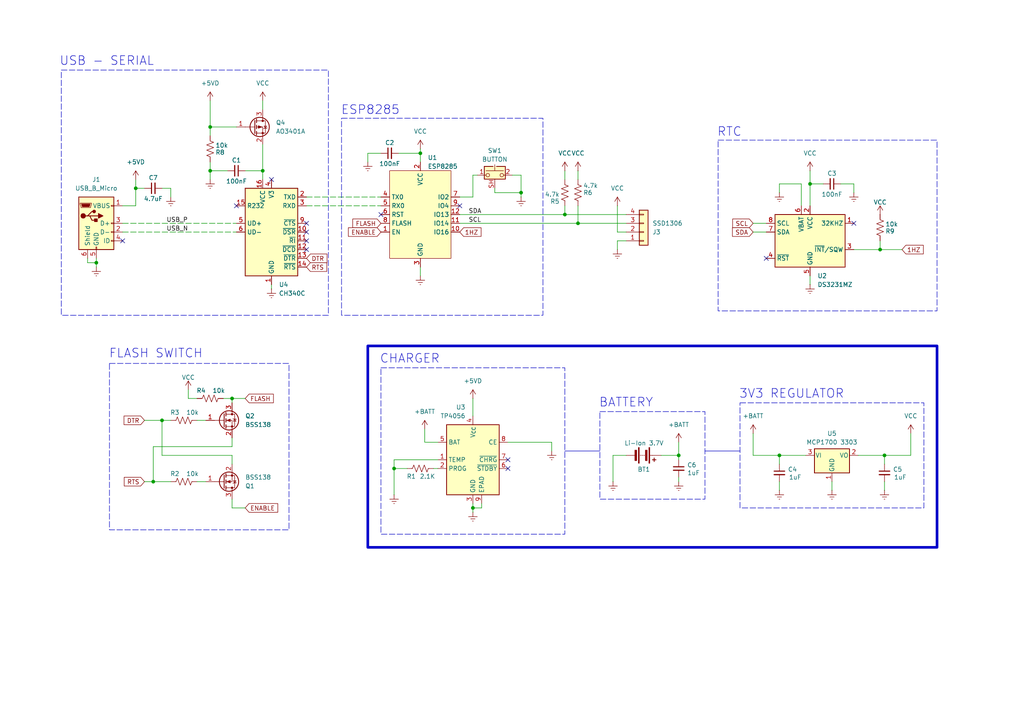
<source format=kicad_sch>
(kicad_sch (version 20250114) (generator "eeschema") (generator_version "9.0")
  (paper "A4")
  (title_block (title "μClock") (date "2025-06-17") (rev "1") (comment 1 "Sirio Guy") (comment 2 "Ultra-precise handheld digital clock. Powered by ESP8285"))
  (lib_symbols
    (symbol "Battery_Management:TP4056-42-ESOP8"
      (property "Reference" "U" (at -6.604 11.684 0))
      (property "Value" "TP4056-42-ESOP8" (at 10.16 11.684 0))
      (symbol "TP4056-42-ESOP8_1_0"
        (pin input line (at -10.16 5.08 0) (length 2.54) (name "CE") (number "8"))
        (pin open_collector line (at -10.16 0 0) (length 2.54) (name "~{CHRG}") (number "7"))
        (pin open_collector line (at -10.16 -2.54 0) (length 2.54) (name "~{STDBY}") (number "6"))
        (pin passive line (at -2.54 -12.7 90) (length 2.54) (name "EPAD") (number "9"))
        (pin power_in line (at 0 12.7 270) (length 2.54) (name "V_{CC}") (number "4"))
        (pin power_in line (at 0 -12.7 90) (length 2.54) (name "GND") (number "3"))
        (pin power_out line (at 10.16 5.08 180) (length 2.54) (name "BAT") (number "5"))
        (pin input line (at 10.16 0 180) (length 2.54) (name "TEMP") (number "1"))
        (pin passive line (at 10.16 -2.54 180) (length 2.54) (name "PROG") (number "2"))
      )
      (symbol "TP4056-42-ESOP8_1_1"
        (rectangle (start -7.62 10.16) (end 7.62 -10.16) (stroke (width 0.254)) (fill (type background)))
      )
    )
    (symbol "Connector:USB_B_Micro" (pin_names (offset 1.016))
      (property "Reference" "J" (at -5.08 11.43 0))
      (property "Value" "USB_B_Micro" (at -5.08 8.89 0))
      (symbol "USB_B_Micro_0_1"
        (rectangle (start -5.08 -7.62) (end 5.08 7.62) (stroke (width 0.254)) (fill (type background)))
        (polyline (pts (xy -4.699 5.842) (xy -4.699 5.588) (xy -4.445 4.826) (xy -4.445 4.572) (xy -1.651 4.572) (xy -1.651 4.826) (xy -1.397 5.588) (xy -1.397 5.842) (xy -4.699 5.842)))
        (polyline (pts (xy -4.318 5.588) (xy -1.778 5.588) (xy -2.032 4.826) (xy -4.064 4.826) (xy -4.318 5.588)) (fill (type outline)))
        (circle (center -3.81 2.159) (radius 0.635) (stroke (width 0.254)) (fill (type outline)))
        (polyline (pts (xy -3.175 2.159) (xy -2.54 2.159) (xy -1.27 3.429) (xy -0.635 3.429)) (stroke (width 0.254)))
        (polyline (pts (xy -2.54 2.159) (xy -1.905 2.159) (xy -1.27 0.889) (xy 0 0.889)) (stroke (width 0.254)))
        (polyline (pts (xy -1.905 2.159) (xy 0.635 2.159)) (stroke (width 0.254)))
        (circle (center -0.635 3.429) (radius 0.381) (stroke (width 0.254)) (fill (type outline)))
        (rectangle (start -0.127 -7.62) (end 0.127 -6.858))
        (rectangle (start 0.254 1.27) (end -0.508 0.508) (stroke (width 0.254)) (fill (type outline)))
        (polyline (pts (xy 0.635 2.794) (xy 0.635 1.524) (xy 1.905 2.159) (xy 0.635 2.794)) (stroke (width 0.254)) (fill (type outline)))
        (rectangle (start 5.08 4.953) (end 4.318 5.207))
        (rectangle (start 5.08 -0.127) (end 4.318 0.127))
        (rectangle (start 5.08 -2.667) (end 4.318 -2.413))
        (rectangle (start 5.08 -5.207) (end 4.318 -4.953))
      )
      (symbol "USB_B_Micro_1_1"
        (pin passive line (at -2.54 -10.16 90) (length 2.54) (name "Shield") (number "6"))
        (pin power_out line (at 0 -10.16 90) (length 2.54) (name "GND") (number "5"))
        (pin power_out line (at 7.62 5.08 180) (length 2.54) (name "VBUS") (number "1"))
        (pin bidirectional line (at 7.62 0 180) (length 2.54) (name "D+") (number "3"))
        (pin bidirectional line (at 7.62 -2.54 180) (length 2.54) (name "D-") (number "2"))
        (pin passive line (at 7.62 -5.08 180) (length 2.54) (name "ID") (number "4"))
      )
    )
    (symbol "Connector_Generic:Conn_01x04" (pin_names (offset 1.016) (hide yes))
      (property "Reference" "J" (at 0 5.08 0))
      (property "Value" "Conn_01x04" (at 0 -7.62 0))
      (symbol "Conn_01x04_1_1"
        (rectangle (start -1.27 3.81) (end 1.27 -6.35) (stroke (width 0.254)) (fill (type background)))
        (rectangle (start -1.27 2.667) (end 0 2.413) (stroke (width 0.1524)))
        (rectangle (start -1.27 0.127) (end 0 -0.127) (stroke (width 0.1524)))
        (rectangle (start -1.27 -2.413) (end 0 -2.667) (stroke (width 0.1524)))
        (rectangle (start -1.27 -4.953) (end 0 -5.207) (stroke (width 0.1524)))
        (pin passive line (at -5.08 2.54 0) (length 3.81) (name "Pin_1") (number "1"))
        (pin passive line (at -5.08 0 0) (length 3.81) (name "Pin_2") (number "2"))
        (pin passive line (at -5.08 -2.54 0) (length 3.81) (name "Pin_3") (number "3"))
        (pin passive line (at -5.08 -5.08 0) (length 3.81) (name "Pin_4") (number "4"))
      )
    )
    (symbol "Device:Battery" (pin_numbers (hide yes)) (pin_names (offset 0) (hide yes))
      (property "Reference" "BT" (at 2.54 2.54 0))
      (property "Value" "Battery" (at 2.54 0 0))
      (symbol "Battery_0_1"
        (rectangle (start -2.286 1.778) (end 2.286 1.524) (fill (type outline)))
        (rectangle (start -2.286 -1.27) (end 2.286 -1.524) (fill (type outline)))
        (rectangle (start -1.524 1.016) (end 1.524 0.508) (fill (type outline)))
        (rectangle (start -1.524 -2.032) (end 1.524 -2.54) (fill (type outline)))
        (polyline (pts (xy 0 1.778) (xy 0 2.54)))
        (polyline (pts (xy 0 0) (xy 0 0.254)))
        (polyline (pts (xy 0 -0.508) (xy 0 -0.254)))
        (polyline (pts (xy 0 -1.016) (xy 0 -0.762)))
        (polyline (pts (xy 0.762 3.048) (xy 1.778 3.048)) (stroke (width 0.254)))
        (polyline (pts (xy 1.27 3.556) (xy 1.27 2.54)) (stroke (width 0.254)))
      )
      (symbol "Battery_1_1"
        (pin passive line (at 0 5.08 270) (length 2.54) (name "+") (number "1"))
        (pin passive line (at 0 -5.08 90) (length 2.54) (name "-") (number "2"))
      )
    )
    (symbol "Device:C_Small" (pin_numbers (hide yes)) (pin_names (offset 0.254) (hide yes))
      (property "Reference" "C" (at 0.254 1.778 0))
      (property "Value" "C_Small" (at 0.254 -2.032 0))
      (symbol "C_Small_0_1"
        (polyline (pts (xy -1.524 0.508) (xy 1.524 0.508)) (stroke (width 0.3048)))
        (polyline (pts (xy -1.524 -0.508) (xy 1.524 -0.508)) (stroke (width 0.3302)))
      )
      (symbol "C_Small_1_1"
        (pin passive line (at 0 2.54 270) (length 2.032) (name "~") (number "1"))
        (pin passive line (at 0 -2.54 90) (length 2.032) (name "~") (number "2"))
      )
    )
    (symbol "Device:R_US" (pin_numbers (hide yes)) (pin_names (offset 0))
      (property "Reference" "R" (at 2.54 0 90))
      (property "Value" "R_US" (at -2.54 0 90))
      (symbol "R_US_0_1"
        (polyline (pts (xy 0 2.286) (xy 0 2.54)))
        (polyline (pts (xy 0 2.286) (xy 1.016 1.905) (xy 0 1.524) (xy -1.016 1.143) (xy 0 0.762)))
        (polyline (pts (xy 0 0.762) (xy 1.016 0.381) (xy 0 0) (xy -1.016 -0.381) (xy 0 -0.762)))
        (polyline (pts (xy 0 -0.762) (xy 1.016 -1.143) (xy 0 -1.524) (xy -1.016 -1.905) (xy 0 -2.286)))
        (polyline (pts (xy 0 -2.286) (xy 0 -2.54)))
      )
      (symbol "R_US_1_1"
        (pin passive line (at 0 3.81 270) (length 1.27) (name "~") (number "1"))
        (pin passive line (at 0 -3.81 90) (length 1.27) (name "~") (number "2"))
      )
    )
    (symbol "ESP Modules:ESP8285_ESP-M3"
      (property "Reference" "U" (at 7.874 17.78 0))
      (property "Value" "ESP8285 ESP-M3" (at -15.748 14.986 0))
      (symbol "ESP8285_ESP-M3_1_1"
        (rectangle (start -8.89 16.51) (end 8.89 -8.89) (fill (type background)))
        (pin input line (at -11.43 8.89 0) (length 2.54) (name "TX0") (number "4"))
        (pin input line (at -11.43 6.35 0) (length 2.54) (name "RX0") (number "5"))
        (pin input line (at -11.43 3.81 0) (length 2.54) (name "RST") (number "6"))
        (pin input line (at -11.43 1.27 0) (length 2.54) (name "FLASH") (number "8"))
        (pin input line (at -11.43 -1.27 0) (length 2.54) (name "EN") (number "1"))
        (pin input line (at 0 19.05 270) (length 2.54) (name "VCC") (number "2"))
        (pin input line (at 0 -11.43 90) (length 2.54) (name "GND") (number "3"))
        (pin input line (at 11.43 8.89 180) (length 2.54) (name "IO2") (number "7"))
        (pin input line (at 11.43 6.35 180) (length 2.54) (name "IO4") (number "9"))
        (pin input line (at 11.43 3.81 180) (length 2.54) (name "IO13") (number "12"))
        (pin input line (at 11.43 1.27 180) (length 2.54) (name "IO14") (number "11"))
        (pin input line (at 11.43 -1.27 180) (length 2.54) (name "IO16") (number "10"))
      )
    )
    (symbol "Interface_USB:CH340C"
      (property "Reference" "U" (at -5.08 13.97 0))
      (property "Value" "CH340C" (at 1.27 13.97 0))
      (symbol "CH340C_0_1"
        (rectangle (start -7.62 12.7) (end 7.62 -12.7) (stroke (width 0.254)) (fill (type background)))
      )
      (symbol "CH340C_1_1"
        (pin input line (at -10.16 7.62 0) (length 2.54) (name "R232") (number "15"))
        (pin bidirectional line (at -10.16 2.54 0) (length 2.54) (name "UD+") (number "5"))
        (pin bidirectional line (at -10.16 0 0) (length 2.54) (name "UD-") (number "6"))
        (pin no_connect line (at -7.62 -5.08 0) (length 2.54) (hide yes) (name "NC") (number "7"))
        (pin no_connect line (at -7.62 -7.62 0) (length 2.54) (hide yes) (name "NC") (number "8"))
        (pin power_in line (at -2.54 15.24 270) (length 2.54) (name "VCC") (number "16"))
        (pin power_out line (at 0 15.24 270) (length 2.54) (name "V3") (number "4"))
        (pin power_in line (at 0 -15.24 90) (length 2.54) (name "GND") (number "1"))
        (pin output line (at 10.16 10.16 180) (length 2.54) (name "TXD") (number "2"))
        (pin input line (at 10.16 7.62 180) (length 2.54) (name "RXD") (number "3"))
        (pin input line (at 10.16 2.54 180) (length 2.54) (name "~{CTS}") (number "9"))
        (pin input line (at 10.16 0 180) (length 2.54) (name "~{DSR}") (number "10"))
        (pin input line (at 10.16 -2.54 180) (length 2.54) (name "~{RI}") (number "11"))
        (pin input line (at 10.16 -5.08 180) (length 2.54) (name "~{DCD}") (number "12"))
        (pin output line (at 10.16 -7.62 180) (length 2.54) (name "~{DTR}") (number "13"))
        (pin output line (at 10.16 -10.16 180) (length 2.54) (name "~{RTS}") (number "14"))
      )
    )
    (symbol "Regulator_Linear:MCP1700x-330xxTT" (pin_names (offset 0.254))
      (property "Reference" "U" (at -3.81 3.175 0))
      (property "Value" "MCP1700x-330xxTT" (at 0 3.175 0))
      (symbol "MCP1700x-330xxTT_0_1"
        (rectangle (start -5.08 1.905) (end 5.08 -5.08) (stroke (width 0.254)) (fill (type background)))
      )
      (symbol "MCP1700x-330xxTT_1_1"
        (pin power_in line (at -7.62 0 0) (length 2.54) (name "VI") (number "3"))
        (pin power_in line (at 0 -7.62 90) (length 2.54) (name "GND") (number "1"))
        (pin power_out line (at 7.62 0 180) (length 2.54) (name "VO") (number "2"))
      )
    )
    (symbol "Switch:SW_Push_Shielded" (pin_names (offset 1.016) (hide yes))
      (property "Reference" "SW" (at 4.318 2.032 0))
      (property "Value" "SW_Push_Shielded" (at 0 4.572 0))
      (symbol "SW_Push_Shielded_0_1"
        (circle (center -2.032 0) (radius 0.508))
        (polyline (pts (xy 0 1.27) (xy 0 3.048)))
        (polyline (pts (xy 0.508 2.54) (xy 3.048 2.54) (xy 3.048 -1.143) (xy -3.048 -1.143) (xy -3.048 2.54) (xy -0.508 2.54)) (stroke (width -0.0254)))
        (polyline (pts (xy 0.508 2.54) (xy 3.048 2.54) (xy 3.048 -1.143) (xy -3.048 -1.143) (xy -3.048 2.54) (xy -0.508 2.54)) (stroke (width 0.254)))
        (circle (center 2.032 0) (radius 0.508))
        (polyline (pts (xy 2.54 1.27) (xy -2.54 1.27)))
        (pin passive line (at -5.08 0 0) (length 2.54) (name "1") (number "1"))
        (pin passive line (at 5.08 0 180) (length 2.54) (name "2") (number "2"))
      )
      (symbol "SW_Push_Shielded_1_1"
        (rectangle (start -3.048 2.54) (end 3.048 -1.27) (stroke (width -0.0254)) (fill (type background)))
        (pin passive line (at 0 -3.81 90) (length 2.54) (name "B") (number "SH"))
      )
    )
    (symbol "Timer_RTC:DS3231MZ"
      (property "Reference" "U" (at -7.62 8.89 0))
      (property "Value" "DS3231MZ" (at 11.43 8.89 0))
      (symbol "DS3231MZ_0_1"
        (rectangle (start -10.16 7.62) (end 10.16 -7.62) (stroke (width 0.254)) (fill (type background)))
      )
      (symbol "DS3231MZ_1_1"
        (pin input line (at -12.7 5.08 0) (length 2.54) (name "SCL") (number "8"))
        (pin bidirectional line (at -12.7 2.54 0) (length 2.54) (name "SDA") (number "7"))
        (pin bidirectional line (at -12.7 -5.08 0) (length 2.54) (name "~{RST}") (number "4"))
        (pin power_in line (at -2.54 10.16 270) (length 2.54) (name "VBAT") (number "6"))
        (pin power_in line (at 0 10.16 270) (length 2.54) (name "VCC") (number "2"))
        (pin power_in line (at 0 -10.16 90) (length 2.54) (name "GND") (number "5"))
        (pin open_collector line (at 12.7 5.08 180) (length 2.54) (name "32KHZ") (number "1"))
        (pin open_collector line (at 12.7 -2.54 180) (length 2.54) (name "~{INT}/SQW") (number "3"))
      )
    )
    (symbol "Transistor_FET:AO3401A" (pin_names (hide yes))
      (property "Reference" "Q" (at 5.08 1.905 0))
      (property "Value" "AO3401A" (at 5.08 0 0))
      (symbol "AO3401A_0_1"
        (polyline (pts (xy 0.254 1.905) (xy 0.254 -1.905)) (stroke (width 0.254)))
        (polyline (pts (xy 0.254 0) (xy -2.54 0)))
        (polyline (pts (xy 0.762 2.286) (xy 0.762 1.27)) (stroke (width 0.254)))
        (polyline (pts (xy 0.762 1.778) (xy 3.302 1.778) (xy 3.302 -1.778) (xy 0.762 -1.778)))
        (polyline (pts (xy 0.762 0.508) (xy 0.762 -0.508)) (stroke (width 0.254)))
        (polyline (pts (xy 0.762 -1.27) (xy 0.762 -2.286)) (stroke (width 0.254)))
        (circle (center 1.651 0) (radius 2.794) (stroke (width 0.254)))
        (polyline (pts (xy 2.286 0) (xy 1.27 0.381) (xy 1.27 -0.381) (xy 2.286 0)) (fill (type outline)))
        (polyline (pts (xy 2.54 2.54) (xy 2.54 1.778)))
        (circle (center 2.54 1.778) (radius 0.254) (fill (type outline)))
        (circle (center 2.54 -1.778) (radius 0.254) (fill (type outline)))
        (polyline (pts (xy 2.54 -2.54) (xy 2.54 0) (xy 0.762 0)))
        (polyline (pts (xy 2.794 -0.508) (xy 2.921 -0.381) (xy 3.683 -0.381) (xy 3.81 -0.254)))
        (polyline (pts (xy 3.302 -0.381) (xy 2.921 0.254) (xy 3.683 0.254) (xy 3.302 -0.381)))
      )
      (symbol "AO3401A_1_1"
        (pin input line (at -5.08 0 0) (length 2.54) (name "G") (number "1"))
        (pin passive line (at 2.54 5.08 270) (length 2.54) (name "D") (number "3"))
        (pin passive line (at 2.54 -5.08 90) (length 2.54) (name "S") (number "2"))
      )
    )
    (symbol "Transistor_FET:BSS138" (pin_names (hide yes))
      (property "Reference" "Q" (at 5.08 1.905 0))
      (property "Value" "BSS138" (at 5.08 0 0))
      (symbol "BSS138_0_1"
        (polyline (pts (xy 0.254 1.905) (xy 0.254 -1.905)) (stroke (width 0.254)))
        (polyline (pts (xy 0.254 0) (xy -2.54 0)))
        (polyline (pts (xy 0.762 2.286) (xy 0.762 1.27)) (stroke (width 0.254)))
        (polyline (pts (xy 0.762 0.508) (xy 0.762 -0.508)) (stroke (width 0.254)))
        (polyline (pts (xy 0.762 -1.27) (xy 0.762 -2.286)) (stroke (width 0.254)))
        (polyline (pts (xy 0.762 -1.778) (xy 3.302 -1.778) (xy 3.302 1.778) (xy 0.762 1.778)))
        (polyline (pts (xy 1.016 0) (xy 2.032 0.381) (xy 2.032 -0.381) (xy 1.016 0)) (fill (type outline)))
        (circle (center 1.651 0) (radius 2.794) (stroke (width 0.254)))
        (polyline (pts (xy 2.54 2.54) (xy 2.54 1.778)))
        (circle (center 2.54 1.778) (radius 0.254) (fill (type outline)))
        (circle (center 2.54 -1.778) (radius 0.254) (fill (type outline)))
        (polyline (pts (xy 2.54 -2.54) (xy 2.54 0) (xy 0.762 0)))
        (polyline (pts (xy 2.794 0.508) (xy 2.921 0.381) (xy 3.683 0.381) (xy 3.81 0.254)))
        (polyline (pts (xy 3.302 0.381) (xy 2.921 -0.254) (xy 3.683 -0.254) (xy 3.302 0.381)))
      )
      (symbol "BSS138_1_1"
        (pin input line (at -5.08 0 0) (length 2.54) (name "G") (number "1"))
        (pin passive line (at 2.54 5.08 270) (length 2.54) (name "D") (number "3"))
        (pin passive line (at 2.54 -5.08 90) (length 2.54) (name "S") (number "2"))
      )
    )
    (symbol "power:+5VD" (power) (pin_numbers (hide yes)) (pin_names (offset 0) (hide yes))
      (property "Value" "+5VD" (at 0 3.556 0))
      (symbol "+5VD_0_1"
        (polyline (pts (xy -0.762 1.27) (xy 0 2.54)))
        (polyline (pts (xy 0 2.54) (xy 0.762 1.27)))
        (polyline (pts (xy 0 0) (xy 0 2.54)))
      )
      (symbol "+5VD_1_1"
        (pin power_in line (at 0 0 90) (length 0) (name "~") (number "1"))
      )
    )
    (symbol "power:+BATT" (power) (pin_numbers (hide yes)) (pin_names (offset 0) (hide yes))
      (property "Value" "+BATT" (at 0 3.556 0))
      (symbol "+BATT_0_1"
        (polyline (pts (xy -0.762 1.27) (xy 0 2.54)))
        (polyline (pts (xy 0 2.54) (xy 0.762 1.27)))
        (polyline (pts (xy 0 0) (xy 0 2.54)))
      )
      (symbol "+BATT_1_1"
        (pin power_in line (at 0 0 90) (length 0) (name "~") (number "1"))
      )
    )
    (symbol "power:Earth" (power) (pin_numbers (hide yes)) (pin_names (offset 0) (hide yes))
      (property "Value" "Earth" (at 0 -3.81 0))
      (symbol "Earth_0_1"
        (polyline (pts (xy -0.635 -1.905) (xy 0.635 -1.905)))
        (polyline (pts (xy -0.127 -2.54) (xy 0.127 -2.54)))
        (polyline (pts (xy 0 -1.27) (xy 0 0)))
        (polyline (pts (xy 1.27 -1.27) (xy -1.27 -1.27)))
      )
      (symbol "Earth_1_1"
        (pin power_in line (at 0 0 270) (length 0) (name "~") (number "1"))
      )
    )
    (symbol "power:VCC" (power) (pin_numbers (hide yes)) (pin_names (offset 0) (hide yes))
      (property "Value" "VCC" (at 0 3.556 0))
      (symbol "VCC_0_1"
        (polyline (pts (xy -0.762 1.27) (xy 0 2.54)))
        (polyline (pts (xy 0 2.54) (xy 0.762 1.27)))
        (polyline (pts (xy 0 0) (xy 0 2.54)))
      )
      (symbol "VCC_1_1"
        (pin power_in line (at 0 0 90) (length 0) (name "~") (number "1"))
      )
    )
  )
  (rectangle (start 17.78 20.32) (end 95.25 91.44) (stroke (width 0) (type dash)))
  (rectangle (start 208.28 40.64) (end 271.78 90.17) (stroke (width 0) (type dash)))
  (rectangle (start 110.49 106.68) (end 163.83 154.94) (stroke (width 0) (type dash)))
  (rectangle (start 214.63 116.84) (end 267.97 147.32) (stroke (width 0) (type dash)))
  (rectangle (start 106.68 100.33) (end 271.78 158.75) (stroke (width 0.762)))
  (rectangle (start 173.99 119.38) (end 204.47 144.78) (stroke (width 0) (type dash)))
  (rectangle (start 99.06 34.29) (end 157.48 91.44) (stroke (width 0) (type dash)))
  (rectangle (start 31.75 105.41) (end 83.82 153.67) (stroke (width 0) (type dash)))
  (text "CHARGER" (at 118.872 104.14 0) (effects (font (size 2.54 2.54))))
  (text "USB - SERIAL" (at 30.988 17.78 0) (effects (font (size 2.54 2.54))))
  (text "RTC" (at 211.582 38.354 0) (effects (font (size 2.54 2.54))))
  (text "ESP8285\n" (at 107.442 32.004 0) (effects (font (size 2.54 2.54))))
  (text "3V3 REGULATOR\n" (at 229.616 114.3 0) (effects (font (size 2.54 2.54))))
  (text "BATTERY\n" (at 181.61 116.84 0) (effects (font (size 2.54 2.54))))
  (text "FLASH SWITCH\n" (at 45.212 102.616 0) (effects (font (size 2.54 2.54))))
  (junction (at 27.94 76.2))
  (junction (at 255.27 72.39))
  (junction (at 46.99 121.92))
  (junction (at 121.92 44.45))
  (junction (at 39.37 54.61))
  (junction (at 167.64 64.77))
  (junction (at 44.45 139.7))
  (junction (at 114.3 135.89))
  (junction (at 234.95 53.34))
  (junction (at 60.96 49.53))
  (junction (at 226.06 132.08))
  (junction (at 256.54 132.08))
  (junction (at 163.83 62.23))
  (junction (at 151.13 55.88))
  (junction (at 137.16 147.32))
  (junction (at 76.2 49.53))
  (junction (at 196.85 132.08))
  (junction (at 67.31 115.57))
  (junction (at 60.96 36.83))
  (no_connect (at 222.25 74.93))
  (no_connect (at 147.32 135.89))
  (no_connect (at 78.74 52.07))
  (no_connect (at 35.56 69.85))
  (no_connect (at 133.35 59.69))
  (no_connect (at 110.49 62.23))
  (no_connect (at 147.32 133.35))
  (no_connect (at 68.58 59.69))
  (no_connect (at 88.9 67.31))
  (no_connect (at 88.9 69.85))
  (no_connect (at 88.9 72.39))
  (no_connect (at 247.65 64.77))
  (no_connect (at 88.9 64.77))
  (wire (pts (xy 123.19 128.27) (xy 127 128.27)))
  (wire (pts (xy 35.56 64.77) (xy 68.58 64.77)) (stroke (width 0) (type dash)))
  (wire (pts (xy 160.02 128.27) (xy 160.02 130.81)))
  (wire (pts (xy 163.83 59.69) (xy 163.83 62.23)))
  (wire (pts (xy 133.35 62.23) (xy 163.83 62.23)))
  (wire (pts (xy 255.27 72.39) (xy 261.62 72.39)))
  (polyline (pts (xy 163.83 130.81) (xy 173.99 130.81)))
  (wire (pts (xy 57.15 121.92) (xy 59.69 121.92)))
  (wire (pts (xy 60.96 36.83) (xy 60.96 39.37)))
  (wire (pts (xy 167.64 59.69) (xy 167.64 64.77)))
  (wire (pts (xy 218.44 132.08) (xy 226.06 132.08)))
  (wire (pts (xy 114.3 133.35) (xy 127 133.35)))
  (wire (pts (xy 256.54 132.08) (xy 264.16 132.08)))
  (wire (pts (xy 167.64 64.77) (xy 181.61 64.77)))
  (wire (pts (xy 137.16 115.57) (xy 137.16 120.65)))
  (wire (pts (xy 243.84 53.34) (xy 247.65 53.34)))
  (wire (pts (xy 248.92 132.08) (xy 256.54 132.08)))
  (wire (pts (xy 133.35 64.77) (xy 167.64 64.77)))
  (wire (pts (xy 241.3 139.7) (xy 241.3 142.24)))
  (wire (pts (xy 39.37 59.69) (xy 39.37 54.61)))
  (wire (pts (xy 46.99 54.61) (xy 49.53 54.61)))
  (wire (pts (xy 181.61 67.31) (xy 179.07 67.31)))
  (wire (pts (xy 114.3 143.51) (xy 114.3 135.89)))
  (wire (pts (xy 76.2 41.91) (xy 76.2 49.53)))
  (wire (pts (xy 123.19 124.46) (xy 123.19 128.27)))
  (wire (pts (xy 67.31 134.62) (xy 67.31 132.08)))
  (wire (pts (xy 234.95 80.01) (xy 234.95 82.55)))
  (wire (pts (xy 147.32 128.27) (xy 160.02 128.27)))
  (wire (pts (xy 121.92 44.45) (xy 121.92 46.99)))
  (wire (pts (xy 196.85 138.43) (xy 196.85 139.7)))
  (wire (pts (xy 41.91 54.61) (xy 39.37 54.61)))
  (wire (pts (xy 41.91 121.92) (xy 46.99 121.92)))
  (wire (pts (xy 226.06 139.7) (xy 226.06 142.24)))
  (wire (pts (xy 67.31 147.32) (xy 67.31 144.78)))
  (wire (pts (xy 179.07 67.31) (xy 179.07 59.69)))
  (wire (pts (xy 247.65 53.34) (xy 247.65 55.88)))
  (wire (pts (xy 264.16 132.08) (xy 264.16 125.73)))
  (wire (pts (xy 143.51 55.88) (xy 151.13 55.88)))
  (wire (pts (xy 137.16 50.8) (xy 137.16 57.15)))
  (wire (pts (xy 196.85 128.27) (xy 196.85 132.08)))
  (wire (pts (xy 106.68 44.45) (xy 106.68 46.99)))
  (wire (pts (xy 54.61 115.57) (xy 54.61 113.03)))
  (wire (pts (xy 137.16 146.05) (xy 137.16 147.32)))
  (wire (pts (xy 148.59 50.8) (xy 151.13 50.8)))
  (wire (pts (xy 137.16 50.8) (xy 138.43 50.8)))
  (wire (pts (xy 218.44 125.73) (xy 218.44 132.08)))
  (wire (pts (xy 196.85 132.08) (xy 196.85 133.35)))
  (polyline (pts (xy 204.47 130.81) (xy 214.63 130.81)))
  (wire (pts (xy 57.15 115.57) (xy 54.61 115.57)))
  (wire (pts (xy 114.3 135.89) (xy 114.3 133.35)))
  (wire (pts (xy 234.95 53.34) (xy 238.76 53.34)))
  (wire (pts (xy 46.99 132.08) (xy 46.99 121.92)))
  (wire (pts (xy 151.13 55.88) (xy 151.13 57.15)))
  (wire (pts (xy 218.44 64.77) (xy 222.25 64.77)))
  (wire (pts (xy 137.16 57.15) (xy 133.35 57.15)))
  (wire (pts (xy 71.12 115.57) (xy 67.31 115.57)))
  (wire (pts (xy 39.37 52.07) (xy 39.37 54.61)))
  (wire (pts (xy 25.4 76.2) (xy 27.94 76.2)))
  (wire (pts (xy 256.54 139.7) (xy 256.54 142.24)))
  (wire (pts (xy 67.31 132.08) (xy 46.99 132.08)))
  (wire (pts (xy 121.92 77.47) (xy 121.92 80.01)))
  (wire (pts (xy 139.7 146.05) (xy 139.7 147.32)))
  (wire (pts (xy 35.56 67.31) (xy 68.58 67.31)) (stroke (width 0) (type dash)))
  (wire (pts (xy 114.3 135.89) (xy 118.11 135.89)))
  (wire (pts (xy 255.27 69.85) (xy 255.27 72.39)))
  (wire (pts (xy 44.45 129.54) (xy 67.31 129.54)))
  (wire (pts (xy 163.83 62.23) (xy 181.61 62.23)))
  (wire (pts (xy 60.96 49.53) (xy 66.04 49.53)))
  (wire (pts (xy 46.99 121.92) (xy 49.53 121.92)))
  (wire (pts (xy 67.31 127) (xy 67.31 129.54)))
  (wire (pts (xy 64.77 115.57) (xy 67.31 115.57)))
  (wire (pts (xy 60.96 36.83) (xy 68.58 36.83)))
  (wire (pts (xy 177.8 139.7) (xy 177.8 132.08)))
  (wire (pts (xy 115.57 44.45) (xy 121.92 44.45)))
  (wire (pts (xy 191.77 132.08) (xy 196.85 132.08)))
  (wire (pts (xy 41.91 139.7) (xy 44.45 139.7)))
  (wire (pts (xy 137.16 147.32) (xy 137.16 148.59)))
  (wire (pts (xy 218.44 67.31) (xy 222.25 67.31)))
  (wire (pts (xy 179.07 69.85) (xy 179.07 72.39)))
  (wire (pts (xy 256.54 134.62) (xy 256.54 132.08)))
  (wire (pts (xy 27.94 74.93) (xy 27.94 76.2)))
  (wire (pts (xy 57.15 139.7) (xy 59.69 139.7)))
  (wire (pts (xy 232.41 59.69) (xy 232.41 53.34)))
  (wire (pts (xy 139.7 147.32) (xy 137.16 147.32)))
  (wire (pts (xy 60.96 49.53) (xy 60.96 52.07)))
  (wire (pts (xy 181.61 69.85) (xy 179.07 69.85)))
  (wire (pts (xy 71.12 147.32) (xy 67.31 147.32)))
  (wire (pts (xy 151.13 50.8) (xy 151.13 55.88)))
  (wire (pts (xy 247.65 72.39) (xy 255.27 72.39)))
  (wire (pts (xy 234.95 53.34) (xy 234.95 59.69)))
  (wire (pts (xy 226.06 53.34) (xy 226.06 55.88)))
  (wire (pts (xy 60.96 46.99) (xy 60.96 49.53)))
  (wire (pts (xy 167.64 49.53) (xy 167.64 52.07)))
  (wire (pts (xy 125.73 135.89) (xy 127 135.89)))
  (wire (pts (xy 163.83 49.53) (xy 163.83 52.07)))
  (wire (pts (xy 88.9 57.15) (xy 110.49 57.15)) (stroke (width 0) (type dash)))
  (wire (pts (xy 44.45 129.54) (xy 44.45 139.7)))
  (wire (pts (xy 60.96 29.21) (xy 60.96 36.83)))
  (wire (pts (xy 35.56 59.69) (xy 39.37 59.69)))
  (wire (pts (xy 71.12 49.53) (xy 76.2 49.53)))
  (wire (pts (xy 121.92 43.18) (xy 121.92 44.45)))
  (wire (pts (xy 67.31 116.84) (xy 67.31 115.57)))
  (wire (pts (xy 25.4 74.93) (xy 25.4 76.2)))
  (wire (pts (xy 76.2 49.53) (xy 76.2 52.07)))
  (wire (pts (xy 88.9 59.69) (xy 110.49 59.69)) (stroke (width 0) (type dash)))
  (wire (pts (xy 177.8 132.08) (xy 181.61 132.08)))
  (wire (pts (xy 232.41 53.34) (xy 226.06 53.34)))
  (wire (pts (xy 27.94 76.2) (xy 27.94 77.47)))
  (wire (pts (xy 110.49 44.45) (xy 106.68 44.45)))
  (wire (pts (xy 44.45 139.7) (xy 49.53 139.7)))
  (wire (pts (xy 49.53 54.61) (xy 49.53 57.15)))
  (wire (pts (xy 234.95 49.53) (xy 234.95 53.34)))
  (wire (pts (xy 78.74 83.82) (xy 78.74 82.55)))
  (wire (pts (xy 226.06 134.62) (xy 226.06 132.08)))
  (wire (pts (xy 76.2 29.21) (xy 76.2 31.75)))
  (wire (pts (xy 143.51 54.61) (xy 143.51 55.88)))
  (wire (pts (xy 226.06 132.08) (xy 233.68 132.08)))
  (label "SDA" (at 135.89 62.23 0))
  (label "USB_P" (at 48.26 64.77 0))
  (label "SCL" (at 135.89 64.77 0))
  (label "USB_N" (at 48.26 67.31 0))
  (global_label "DTR" (shape input) (at 41.91 121.92 180) (property "Intersheetrefs" "${INTERSHEET_REFS}" (effects (hide yes))))
  (global_label "FLASH" (shape input) (at 71.12 115.57 0) (property "Intersheetrefs" "${INTERSHEET_REFS}" (effects (hide yes))))
  (global_label "RTS" (shape input) (at 41.91 139.7 180) (property "Intersheetrefs" "${INTERSHEET_REFS}" (effects (hide yes))))
  (global_label "SDA" (shape input) (at 218.44 67.31 180) (property "Intersheetrefs" "${INTERSHEET_REFS}" (effects (hide yes))))
  (global_label "RTS" (shape input) (at 88.9 77.47 0) (property "Intersheetrefs" "${INTERSHEET_REFS}" (effects (hide yes))))
  (global_label "DTR" (shape input) (at 88.9 74.93 0) (property "Intersheetrefs" "${INTERSHEET_REFS}" (effects (hide yes))))
  (global_label "FLASH" (shape input) (at 110.49 64.77 180) (property "Intersheetrefs" "${INTERSHEET_REFS}" (effects (hide yes))))
  (global_label "ENABLE" (shape input) (at 71.12 147.32 0) (property "Intersheetrefs" "${INTERSHEET_REFS}" (effects (hide yes))))
  (global_label "SCL" (shape input) (at 218.44 64.77 180) (property "Intersheetrefs" "${INTERSHEET_REFS}" (effects (hide yes))))
  (global_label "1HZ" (shape input) (at 261.62 72.39 0) (property "Intersheetrefs" "${INTERSHEET_REFS}" (effects (hide yes))))
  (global_label "ENABLE" (shape input) (at 110.49 67.31 180) (property "Intersheetrefs" "${INTERSHEET_REFS}" (effects (hide yes))))
  (global_label "1HZ" (shape input) (at 133.35 67.31 0) (property "Intersheetrefs" "${INTERSHEET_REFS}" (effects (hide yes))))
  (symbol (lib_id "Device:R_US") (at 121.92 135.89 90) (unit 1)
    (property "Reference" "R1" (at 120.65 138.176 90) (effects (justify left)))
    (property "Value" "2.1K" (at 126.238 138.176 90) (effects (justify left)))
    (property "Footprint" "Resistor_SMD:R_0603_1608Metric_Pad0.98x0.95mm_HandSolder" (effects (hide yes)))
    (property "Description" "Resistor, US symbol" (effects (hide yes)))
  )
  (symbol (lib_id "power:Earth") (at 78.74 83.82 0) (unit 1)
    (property "Reference" "#PWR039" (effects (hide yes)))
    (property "Value" "Earth" (effects (hide yes)))
    (property "Description" "Power symbol creates a global label with name \"Earth\"" (effects (hide yes)))
  )
  (symbol (lib_id "power:Earth") (at 226.06 142.24 0) (mirror y) (unit 1)
    (property "Reference" "#PWR029" (effects (hide yes)))
    (property "Value" "Earth" (effects (hide yes)))
    (property "Description" "Power symbol creates a global label with name \"Earth\"" (effects (hide yes)))
  )
  (symbol (lib_id "power:Earth") (at 114.3 143.51 0) (unit 1)
    (property "Reference" "#PWR6" (effects (hide yes)))
    (property "Value" "Earth" (effects (hide yes)))
    (property "Description" "Power symbol creates a global label with name \"Earth\"" (effects (hide yes)))
  )
  (symbol (lib_id "power:VCC") (at 54.61 113.03 0) (unit 1)
    (property "Reference" "#PWR023" (effects (hide yes)))
    (property "Value" "VCC" (at 54.61 109.474 0))
    (property "Description" "Power symbol creates a global label with name \"VCC\"" (effects (hide yes)))
  )
  (symbol (lib_id "power:VCC") (at 264.16 125.73 0) (unit 1)
    (property "Reference" "#PWR11" (effects (hide yes)))
    (property "Value" "VCC" (at 264.16 120.65 0))
    (property "Description" "Power symbol creates a global label with name \"VCC\"" (effects (hide yes)))
  )
  (symbol (lib_id "power:Earth") (at 196.85 139.7 0) (unit 1)
    (property "Reference" "#PWR028" (effects (hide yes)))
    (property "Value" "Earth" (effects (hide yes)))
    (property "Description" "Power symbol creates a global label with name \"Earth\"" (effects (hide yes)))
  )
  (symbol (lib_id "power:Earth") (at 60.96 52.07 0) (mirror y) (unit 1)
    (property "Reference" "#PWR037" (effects (hide yes)))
    (property "Value" "Earth" (effects (hide yes)))
    (property "Description" "Power symbol creates a global label with name \"Earth\"" (effects (hide yes)))
  )
  (symbol (lib_id "Regulator_Linear:MCP1700x-330xxTT") (at 241.3 132.08 0) (unit 1)
    (property "Reference" "U5" (at 241.3 125.73 0))
    (property "Value" "MCP1700 3303" (at 241.3 128.27 0))
    (property "Footprint" "Package_TO_SOT_SMD:SOT-23" (effects (hide yes)))
    (property "Datasheet" "http://ww1.microchip.com/downloads/en/DeviceDoc/20001826D.pdf" (effects (hide yes)))
    (property "Description" "250mA Low Quiscent Current LDO, 3.3V output, SOT-23" (effects (hide yes)))
  )
  (symbol (lib_id "Device:C_Small") (at 113.03 44.45 90) (unit 1)
    (property "Reference" "C2" (at 113.03 41.402 90))
    (property "Value" "100nF" (at 113.03 47.498 90))
    (property "Footprint" "Capacitor_SMD:C_0603_1608Metric_Pad1.08x0.95mm_HandSolder" (effects (hide yes)))
    (property "Description" "Unpolarized capacitor, small symbol" (effects (hide yes)))
  )
  (symbol (lib_id "power:Earth") (at 106.68 46.99 0) (unit 1)
    (property "Reference" "#PWR024" (effects (hide yes)))
    (property "Value" "Earth" (effects (hide yes)))
    (property "Description" "Power symbol creates a global label with name \"Earth\"" (effects (hide yes)))
  )
  (symbol (lib_id "Device:C_Small") (at 241.3 53.34 270) (mirror x) (unit 1)
    (property "Reference" "C3" (at 241.3 50.292 90))
    (property "Value" "100nF" (at 241.3 56.388 90))
    (property "Footprint" "Capacitor_SMD:C_0603_1608Metric_Pad1.08x0.95mm_HandSolder" (effects (hide yes)))
    (property "Description" "Unpolarized capacitor, small symbol" (effects (hide yes)))
  )
  (symbol (lib_id "Device:C_Small") (at 196.85 135.89 0) (mirror y) (unit 1)
    (property "Reference" "C6" (at 200.66 134.874 0))
    (property "Value" "1uF" (at 201.168 137.16 0))
    (property "Footprint" "Capacitor_SMD:C_0603_1608Metric_Pad1.08x0.95mm_HandSolder" (effects (hide yes)))
    (property "Description" "Unpolarized capacitor, small symbol" (effects (hide yes)))
  )
  (symbol (lib_id "power:VCC") (at 167.64 49.53 0) (unit 1)
    (property "Reference" "#PWR17" (effects (hide yes)))
    (property "Value" "VCC" (at 167.64 44.45 0))
    (property "Description" "Power symbol creates a global label with name \"VCC\"" (effects (hide yes)))
  )
  (symbol (lib_id "Device:R_US") (at 163.83 55.88 180) (unit 1)
    (property "Reference" "R5" (at 162.306 58.42 0) (effects (justify left)))
    (property "Value" "4.7k" (at 162.306 56.388 0) (effects (justify left)))
    (property "Footprint" "Resistor_SMD:R_0603_1608Metric_Pad0.98x0.95mm_HandSolder" (effects (hide yes)))
    (property "Description" "Resistor, US symbol" (effects (hide yes)))
  )
  (symbol (lib_id "Transistor_FET:AO3401A") (at 73.66 36.83 0) (unit 1)
    (property "Reference" "Q4" (at 80.01 35.5599 0) (effects (justify left)))
    (property "Value" "AO3401A" (at 80.01 38.0999 0) (effects (justify left)))
    (property "Footprint" "Package_TO_SOT_SMD:SOT-23" (effects (hide yes)))
    (property "Datasheet" "http://www.aosmd.com/pdfs/datasheet/AO3401A.pdf" (effects (hide yes)))
    (property "Description" "-4.0A Id, -30V Vds, P-Channel MOSFET, SOT-23" (effects (hide yes)))
  )
  (symbol (lib_id "power:VCC") (at 255.27 62.23 0) (unit 1)
    (property "Reference" "#PWR027" (effects (hide yes)))
    (property "Value" "VCC" (at 255.27 58.674 0))
    (property "Description" "Power symbol creates a global label with name \"VCC\"" (effects (hide yes)))
  )
  (symbol (lib_id "Device:R_US") (at 60.96 43.18 180) (unit 1)
    (property "Reference" "R8" (at 62.484 44.196 0) (effects (justify right)))
    (property "Value" "10k" (at 62.484 42.164 0) (effects (justify right)))
    (property "Footprint" "Resistor_SMD:R_0603_1608Metric_Pad0.98x0.95mm_HandSolder" (effects (hide yes)))
    (property "Description" "Resistor, US symbol" (effects (hide yes)))
  )
  (symbol (lib_id "Device:C_Small") (at 256.54 137.16 0) (mirror y) (unit 1)
    (property "Reference" "C5" (at 260.35 136.144 0))
    (property "Value" "1uF" (at 261.112 138.43 0))
    (property "Footprint" "Capacitor_SMD:C_0603_1608Metric_Pad1.08x0.95mm_HandSolder" (effects (hide yes)))
    (property "Description" "Unpolarized capacitor, small symbol" (effects (hide yes)))
  )
  (symbol (lib_id "power:VCC") (at 163.83 49.53 0) (unit 1)
    (property "Reference" "#PWR18" (effects (hide yes)))
    (property "Value" "VCC" (at 163.83 44.45 0))
    (property "Description" "Power symbol creates a global label with name \"VCC\"" (effects (hide yes)))
  )
  (symbol (lib_id "Connector:USB_B_Micro") (at 27.94 64.77 0) (unit 1)
    (property "Reference" "J1" (at 27.94 52.07 0))
    (property "Value" "USB_B_Micro" (at 27.94 54.61 0))
    (property "Footprint" "Connector_USB:USB_Micro-B_Amphenol_10104110_Horizontal" (effects (hide yes)))
    (property "Description" "USB Micro Type B connector" (effects (hide yes)))
  )
  (symbol (lib_id "Device:C_Small") (at 68.58 49.53 270) (mirror x) (unit 1)
    (property "Reference" "C1" (at 68.58 46.482 90))
    (property "Value" "100nF" (at 68.58 52.578 90))
    (property "Footprint" "Capacitor_SMD:C_0603_1608Metric_Pad1.08x0.95mm_HandSolder" (effects (hide yes)))
    (property "Description" "Unpolarized capacitor, small symbol" (effects (hide yes)))
  )
  (symbol (lib_id "Device:Battery") (at 186.69 132.08 270) (unit 1)
    (property "Reference" "BT1" (at 184.912 136.144 90) (effects (justify left)))
    (property "Value" "Li-Ion 3.7V" (at 181.102 128.524 90) (effects (justify left)))
    (property "Footprint" "Connector_JST:JST_PH_B2B-PH-K_1x02_P2.00mm_Vertical" (effects (hide yes)))
    (property "Description" "Multiple-cell battery" (effects (hide yes)))
  )
  (symbol (lib_id "power:Earth") (at 151.13 57.15 0) (unit 1)
    (property "Reference" "#PWR19" (effects (hide yes)))
    (property "Value" "Earth" (effects (hide yes)))
    (property "Description" "Power symbol creates a global label with name \"Earth\"" (effects (hide yes)))
  )
  (symbol (lib_id "power:Earth") (at 49.53 57.15 0) (unit 1)
    (property "Reference" "#PWR031" (effects (hide yes)))
    (property "Value" "Earth" (effects (hide yes)))
    (property "Description" "Power symbol creates a global label with name \"Earth\"" (effects (hide yes)))
  )
  (symbol (lib_id "power:Earth") (at 121.92 80.01 0) (unit 1)
    (property "Reference" "#PWR14" (effects (hide yes)))
    (property "Value" "Earth" (effects (hide yes)))
    (property "Description" "Power symbol creates a global label with name \"Earth\"" (effects (hide yes)))
  )
  (symbol (lib_id "power:+5VD") (at 39.37 52.07 0) (unit 1)
    (property "Reference" "#PWR3" (effects (hide yes)))
    (property "Value" "+5VD" (at 39.37 46.99 0))
    (property "Description" "Power symbol creates a global label with name \"+5VD\"" (effects (hide yes)))
  )
  (symbol (lib_id "power:+BATT") (at 218.44 125.73 0) (unit 1)
    (property "Reference" "#PWR01" (effects (hide yes)))
    (property "Value" "+BATT" (at 218.44 120.65 0))
    (property "Description" "Power symbol creates a global label with name \"+BATT\"" (effects (hide yes)))
  )
  (symbol (lib_id "power:+5VD") (at 60.96 29.21 0) (unit 1)
    (property "Reference" "#PWR04" (effects (hide yes)))
    (property "Value" "+5VD" (at 60.96 24.13 0))
    (property "Description" "Power symbol creates a global label with name \"+5VD\"" (effects (hide yes)))
  )
  (symbol (lib_id "power:VCC") (at 234.95 49.53 0) (unit 1)
    (property "Reference" "#PWR020" (effects (hide yes)))
    (property "Value" "VCC" (at 234.95 44.45 0))
    (property "Description" "Power symbol creates a global label with name \"VCC\"" (effects (hide yes)))
  )
  (symbol (lib_id "power:+BATT") (at 123.19 124.46 0) (unit 1)
    (property "Reference" "#PWR033" (effects (hide yes)))
    (property "Value" "+BATT" (at 123.19 119.38 0))
    (property "Description" "Power symbol creates a global label with name \"+BATT\"" (effects (hide yes)))
  )
  (symbol (lib_id "Transistor_FET:BSS138") (at 64.77 121.92 0) (unit 1)
    (property "Reference" "Q2" (at 71.12 120.6499 0) (effects (justify left)))
    (property "Value" "BSS138" (at 71.12 123.1899 0) (effects (justify left)))
    (property "Footprint" "Package_TO_SOT_SMD:SOT-23" (effects (hide yes)))
    (property "Datasheet" "https://www.onsemi.com/pub/Collateral/BSS138-D.PDF" (effects (hide yes)))
    (property "Description" "50V Vds, 0.22A Id, N-Channel MOSFET, SOT-23" (effects (hide yes)))
  )
  (symbol (lib_id "power:Earth") (at 27.94 77.47 0) (unit 1)
    (property "Reference" "#PWR2" (effects (hide yes)))
    (property "Value" "Earth" (effects (hide yes)))
    (property "Description" "Power symbol creates a global label with name \"Earth\"" (effects (hide yes)))
  )
  (symbol (lib_id "Interface_USB:CH340C") (at 78.74 67.31 0) (unit 1)
    (property "Reference" "U4" (at 80.8833 82.55 0) (effects (justify left)))
    (property "Value" "CH340C" (at 80.8833 85.09 0) (effects (justify left)))
    (property "Footprint" "Package_SO:SOIC-16_3.9x9.9mm_P1.27mm" (effects (hide yes)))
    (property "Datasheet" "https://datasheet.lcsc.com/szlcsc/Jiangsu-Qin-Heng-CH340C_C84681.pdf" (effects (hide yes)))
    (property "Description" "USB serial converter, crystal-less, UART, SOIC-16" (effects (hide yes)))
  )
  (symbol (lib_id "Device:R_US") (at 60.96 115.57 90) (unit 1)
    (property "Reference" "R4" (at 59.69 113.284 90) (effects (justify left)))
    (property "Value" "10k" (at 65.278 113.284 90) (effects (justify left)))
    (property "Footprint" "Resistor_SMD:R_0603_1608Metric_Pad0.98x0.95mm_HandSolder" (effects (hide yes)))
    (property "Description" "Resistor, US symbol" (effects (hide yes)))
  )
  (symbol (lib_id "power:VCC") (at 76.2 29.21 0) (unit 1)
    (property "Reference" "#PWR013" (effects (hide yes)))
    (property "Value" "VCC" (at 76.2 24.13 0))
    (property "Description" "Power symbol creates a global label with name \"VCC\"" (effects (hide yes)))
  )
  (symbol (lib_id "power:Earth") (at 226.06 55.88 0) (mirror y) (unit 1)
    (property "Reference" "#PWR032" (effects (hide yes)))
    (property "Value" "Earth" (effects (hide yes)))
    (property "Description" "Power symbol creates a global label with name \"Earth\"" (effects (hide yes)))
  )
  (symbol (lib_id "Timer_RTC:DS3231MZ") (at 234.95 69.85 0) (unit 1)
    (property "Reference" "U2" (at 237.0933 80.01 0) (effects (justify left)))
    (property "Value" "DS3231MZ" (at 237.0933 82.55 0) (effects (justify left)))
    (property "Footprint" "Package_SO:SOIC-8_3.9x4.9mm_P1.27mm" (effects (hide yes)))
    (property "Datasheet" "http://datasheets.maximintegrated.com/en/ds/DS3231M.pdf" (effects (hide yes)))
    (property "Description" "±5ppm, I2C Real-Time Clock SOIC-8" (effects (hide yes)))
  )
  (symbol (lib_id "power:Earth") (at 241.3 142.24 0) (unit 1)
    (property "Reference" "#PWR10" (effects (hide yes)))
    (property "Value" "Earth" (effects (hide yes)))
    (property "Description" "Power symbol creates a global label with name \"Earth\"" (effects (hide yes)))
  )
  (symbol (lib_id "Switch:SW_Push_Shielded") (at 143.51 50.8 0) (unit 1)
    (property "Reference" "SW1" (at 143.51 43.688 0))
    (property "Value" "BUTTON" (at 143.51 46.228 0))
    (property "Footprint" "Button_Switch_SMD:SW_PUSH_ANGLED_SMD" (effects (hide yes)))
    (property "Description" "Generic push-button switch, two contact pins and shield pin(s)" (effects (hide yes)))
  )
  (symbol (lib_id "Device:C_Small") (at 44.45 54.61 90) (unit 1)
    (property "Reference" "C7" (at 44.45 51.562 90))
    (property "Value" "4.7uF" (at 44.45 57.658 90))
    (property "Footprint" "Capacitor_SMD:C_0603_1608Metric_Pad1.08x0.95mm_HandSolder" (effects (hide yes)))
    (property "Description" "Unpolarized capacitor, small symbol" (effects (hide yes)))
  )
  (symbol (lib_id "power:+BATT") (at 196.85 128.27 0) (unit 1)
    (property "Reference" "#PWR022" (effects (hide yes)))
    (property "Value" "+BATT" (at 196.85 123.19 0))
    (property "Description" "Power symbol creates a global label with name \"+BATT\"" (effects (hide yes)))
  )
  (symbol (lib_id "Device:C_Small") (at 226.06 137.16 0) (mirror y) (unit 1)
    (property "Reference" "C4" (at 229.87 136.144 0))
    (property "Value" "1uF" (at 230.632 138.43 0))
    (property "Footprint" "Capacitor_SMD:C_0603_1608Metric_Pad1.08x0.95mm_HandSolder" (effects (hide yes)))
    (property "Description" "Unpolarized capacitor, small symbol" (effects (hide yes)))
  )
  (symbol (lib_id "Device:R_US") (at 53.34 139.7 90) (unit 1)
    (property "Reference" "R2" (at 52.07 137.414 90) (effects (justify left)))
    (property "Value" "10k" (at 57.658 137.414 90) (effects (justify left)))
    (property "Footprint" "Resistor_SMD:R_0603_1608Metric_Pad0.98x0.95mm_HandSolder" (effects (hide yes)))
    (property "Description" "Resistor, US symbol" (effects (hide yes)))
  )
  (symbol (lib_id "Battery_Management:TP4056-42-ESOP8") (at 137.16 133.35 0) (mirror y) (unit 1)
    (property "Reference" "U3" (at 135.0167 118.11 0) (effects (justify left)))
    (property "Value" "TP4056" (at 135.0167 120.65 0) (effects (justify left)))
    (property "Footprint" "Package_SO:SOIC-8-1EP_3.9x4.9mm_P1.27mm_EP2.29x3mm" (effects (hide yes)))
    (property "Datasheet" "https://www.lcsc.com/datasheet/lcsc_datasheet_2410121619_TOPPOWER-Nanjing-Extension-Microelectronics-TP4056-42-ESOP8_C16581.pdf" (effects (hide yes)))
    (property "Description" "1A Standalone Linear Li-ion/LiPo single-cell battery charger, 4.2V ±1% charge voltage, VCC = 4.0..8.0V, SOIC-8 (SOP-8)" (effects (hide yes)))
  )
  (symbol (lib_id "power:Earth") (at 247.65 55.88 0) (mirror y) (unit 1)
    (property "Reference" "#PWR025" (effects (hide yes)))
    (property "Value" "Earth" (effects (hide yes)))
    (property "Description" "Power symbol creates a global label with name \"Earth\"" (effects (hide yes)))
  )
  (symbol (lib_id "power:Earth") (at 160.02 130.81 0) (unit 1)
    (property "Reference" "#PWR9" (effects (hide yes)))
    (property "Value" "Earth" (effects (hide yes)))
    (property "Description" "Power symbol creates a global label with name \"Earth\"" (effects (hide yes)))
  )
  (symbol (lib_id "Device:R_US") (at 167.64 55.88 180) (unit 1)
    (property "Reference" "R6" (at 169.164 55.88 0) (effects (justify right)))
    (property "Value" "4.7k" (at 169.164 53.848 0) (effects (justify right)))
    (property "Footprint" "Resistor_SMD:R_0603_1608Metric_Pad0.98x0.95mm_HandSolder" (effects (hide yes)))
    (property "Description" "Resistor, US symbol" (effects (hide yes)))
  )
  (symbol (lib_id "power:Earth") (at 256.54 142.24 0) (mirror y) (unit 1)
    (property "Reference" "#PWR026" (effects (hide yes)))
    (property "Value" "Earth" (effects (hide yes)))
    (property "Description" "Power symbol creates a global label with name \"Earth\"" (effects (hide yes)))
  )
  (symbol (lib_id "power:VCC") (at 121.92 43.18 0) (unit 1)
    (property "Reference" "#PWR12" (effects (hide yes)))
    (property "Value" "VCC" (at 121.92 38.1 0))
    (property "Description" "Power symbol creates a global label with name \"VCC\"" (effects (hide yes)))
  )
  (symbol (lib_id "Transistor_FET:BSS138") (at 64.77 139.7 0) (mirror x) (unit 1)
    (property "Reference" "Q1" (at 71.12 140.9701 0) (effects (justify left)))
    (property "Value" "BSS138" (at 71.12 138.4301 0) (effects (justify left)))
    (property "Footprint" "Package_TO_SOT_SMD:SOT-23" (effects (hide yes)))
    (property "Datasheet" "https://www.onsemi.com/pub/Collateral/BSS138-D.PDF" (effects (hide yes)))
    (property "Description" "50V Vds, 0.22A Id, N-Channel MOSFET, SOT-23" (effects (hide yes)))
  )
  (symbol (lib_id "power:VCC") (at 179.07 59.69 0) (unit 1)
    (property "Reference" "#PWR16" (effects (hide yes)))
    (property "Value" "VCC" (at 179.07 54.61 0))
    (property "Description" "Power symbol creates a global label with name \"VCC\"" (effects (hide yes)))
  )
  (symbol (lib_id "power:Earth") (at 179.07 72.39 0) (unit 1)
    (property "Reference" "#PWR15" (effects (hide yes)))
    (property "Value" "Earth" (effects (hide yes)))
    (property "Description" "Power symbol creates a global label with name \"Earth\"" (effects (hide yes)))
  )
  (symbol (lib_id "power:Earth") (at 137.16 148.59 0) (unit 1)
    (property "Reference" "#PWR7" (effects (hide yes)))
    (property "Value" "Earth" (effects (hide yes)))
    (property "Description" "Power symbol creates a global label with name \"Earth\"" (effects (hide yes)))
  )
  (symbol (lib_id "Device:R_US") (at 53.34 121.92 90) (unit 1)
    (property "Reference" "R3" (at 52.07 119.634 90) (effects (justify left)))
    (property "Value" "10k" (at 57.658 119.634 90) (effects (justify left)))
    (property "Footprint" "Resistor_SMD:R_0603_1608Metric_Pad0.98x0.95mm_HandSolder" (effects (hide yes)))
    (property "Description" "Resistor, US symbol" (effects (hide yes)))
  )
  (symbol (lib_id "power:Earth") (at 177.8 139.7 0) (unit 1)
    (property "Reference" "#PWR030" (effects (hide yes)))
    (property "Value" "Earth" (effects (hide yes)))
    (property "Description" "Power symbol creates a global label with name \"Earth\"" (effects (hide yes)))
  )
  (symbol (lib_id "power:+5VD") (at 137.16 115.57 0) (unit 1)
    (property "Reference" "#PWR8" (effects (hide yes)))
    (property "Value" "+5VD" (at 137.16 110.49 0))
    (property "Description" "Power symbol creates a global label with name \"+5VD\"" (effects (hide yes)))
  )
  (symbol (lib_id "power:Earth") (at 234.95 82.55 0) (unit 1)
    (property "Reference" "#PWR21" (effects (hide yes)))
    (property "Value" "Earth" (effects (hide yes)))
    (property "Description" "Power symbol creates a global label with name \"Earth\"" (effects (hide yes)))
  )
  (symbol (lib_id "ESP Modules:ESP8285_ESP-M3") (at 121.92 66.04 0) (unit 1)
    (property "Reference" "U1" (at 124.0633 45.72 0) (effects (justify left)))
    (property "Value" "ESP8285" (at 124.0633 48.26 0) (effects (justify left)))
    (property "Footprint" "ESP Modules:ESP8285 ESP-M3 MODULE" (effects (hide yes)))
  )
  (symbol (lib_id "Device:R_US") (at 255.27 66.04 180) (unit 1)
    (property "Reference" "R9" (at 256.794 67.056 0) (effects (justify right)))
    (property "Value" "10k" (at 256.794 65.024 0) (effects (justify right)))
    (property "Footprint" "Resistor_SMD:R_0603_1608Metric_Pad0.98x0.95mm_HandSolder" (effects (hide yes)))
    (property "Description" "Resistor, US symbol" (effects (hide yes)))
  )
  (symbol (lib_id "Connector_Generic:Conn_01x04") (at 186.69 67.31 0) (mirror x) (unit 1)
    (property "Reference" "J3" (at 189.23 67.3101 0) (effects (justify left)))
    (property "Value" "SSD1306" (at 189.23 64.7701 0) (effects (justify left)))
    (property "Footprint" "Connector_PinSocket_2.54mm:PinSocket_1x04_P2.54mm_Vertical" (effects (hide yes)))
    (property "Description" "Generic connector, single row, 01x04, script generated (kicad-library-utils/schlib/autogen/connector/)" (effects (hide yes)))
  )
)
</source>
